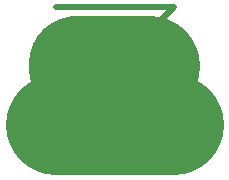
<source format=gbr>
G75*
%MOMM*%
%OFA0B0*%
%FSLAX33Y33*%
%IPPOS*%
%LPD*%
%AMOC8*
5,1,8,0,0,1.08239X$1,22.5*
%

G04 Definition of 3 tools - number 10, 11 and 12 with different widths: *
%ADD10C,1.880*%
%ADD11C,0.508*%
%ADD12C,8.508*%

G04 Switching to tool 11: *
D11*

G04 Drawing some lines with the tool 11: *
G04 (D03 only moves the tool to a position, while D01 actually draws into the surface) *
X10000Y20000D03*
X20000Y20000D01*
X10000Y10000D01*

G04 Switching to tool 12: *
D12*

G04 Drawing another lines using tool 12: *
X20000Y10000D01*
X12000Y15000D03*
X18000Y15000D01*
G04 end of file
M02*

</source>
